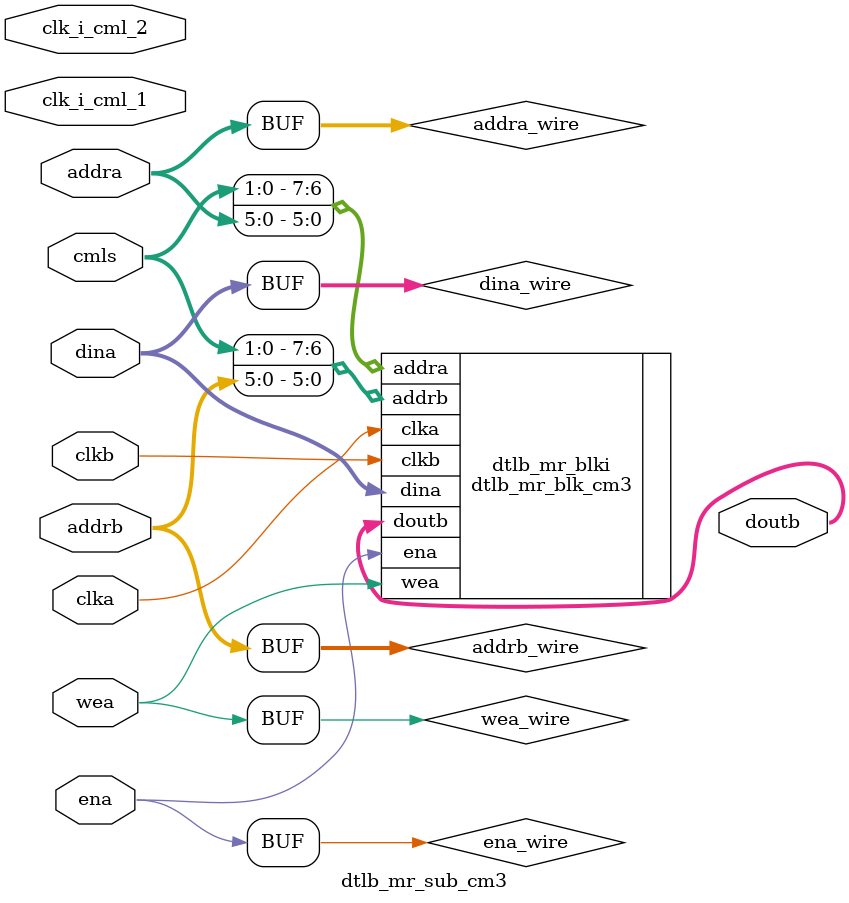
<source format=v>
/*******************************************************************************
*     This file is owned and controlled by Xilinx and must be used             *
*     solely for design, simulation, implementation and creation of            *
*     design files limited to Xilinx devices or technologies. Use              *
*     with non-Xilinx devices or technologies is expressly prohibited          *
*     and immediately terminates your license.                                 *
*                                                                              *
*     XILINX IS PROVIDING THIS DESIGN, CODE, OR INFORMATION "AS IS"            *
*     SOLELY FOR USE IN DEVELOPING PROGRAMS AND SOLUTIONS FOR                  *
*     XILINX DEVICES.  BY PROVIDING THIS DESIGN, CODE, OR INFORMATION          *
*     AS ONE POSSIBLE IMPLEMENTATION OF THIS FEATURE, APPLICATION              *
*     OR STANDARD, XILINX IS MAKING NO REPRESENTATION THAT THIS                *
*     IMPLEMENTATION IS FREE FROM ANY CLAIMS OF INFRINGEMENT,                  *
*     AND YOU ARE RESPONSIBLE FOR OBTAINING ANY RIGHTS YOU MAY REQUIRE         *
*     FOR YOUR IMPLEMENTATION.  XILINX EXPRESSLY DISCLAIMS ANY                 *
*     WARRANTY WHATSOEVER WITH RESPECT TO THE ADEQUACY OF THE                  *
*     IMPLEMENTATION, INCLUDING BUT NOT LIMITED TO ANY WARRANTIES OR           *
*     REPRESENTATIONS THAT THIS IMPLEMENTATION IS FREE FROM CLAIMS OF          *
*     INFRINGEMENT, IMPLIED WARRANTIES OF MERCHANTABILITY AND FITNESS          *
*     FOR A PARTICULAR PURPOSE.                                                *
*                                                                              *
*     Xilinx products are not intended for use in life support                 *
*     appliances, devices, or systems. Use in such applications are            *
*     expressly prohibited.                                                    *
*                                                                              *
*     (c) Copyright 1995-2009 Xilinx, Inc.                                     *
*     All rights reserved.                                                     *
*******************************************************************************/
// The synthesis directives "translate_off/translate_on" specified below are
// supported by Xilinx, Mentor Graphics and Synplicity synthesis
// tools. Ensure they are correct for your synthesis tool(s).

// You must compile the wrapper file dtlb_mr_blk.v when simulating
// the core, dtlb_mr_blk. When compiling the wrapper file, be sure to
// reference the XilinxCoreLib Verilog simulation library. For detailed
// instructions, please refer to the "CORE Generator Help".

`timescale 1ns/1ps

module dtlb_mr_sub_cm3(
		clk_i_cml_1,
		clk_i_cml_2,
		cmls,
		
	clka,
	ena,
	wea,
	addra,
	dina,
	clkb,
	addrb,
	doutb);


input clk_i_cml_1;
input clk_i_cml_2;
input [1:0] cmls;




input clka;
input ena;
input [0 : 0] wea;
input [5 : 0] addra;
input [13 : 0] dina;
input clkb;
input [5 : 0] addrb;
output [13 : 0] doutb;

wire ena_wire;
wire [0 : 0] wea_wire;
wire [5 : 0] addra_wire;
wire [13 : 0] dina_wire;
wire [5 : 0] addrb_wire;

assign ena_wire = ena;
assign wea_wire = wea;
assign addra_wire = addra;
assign dina_wire = dina;
assign addrb_wire = addrb;

dtlb_mr_blk_cm3 dtlb_mr_blki(
	.clka(clka),
	.ena(ena_wire),
	.wea(wea_wire),
	.addra({cmls, addra_wire}),
	.dina(dina_wire),
	.clkb(clkb),
	.addrb({cmls, addrb_wire}),
	.doutb(doutb));

endmodule



</source>
